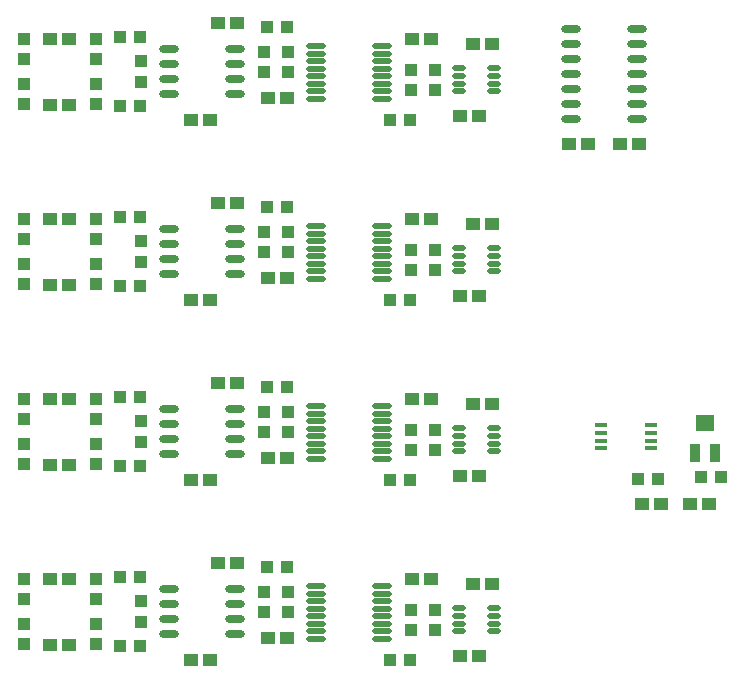
<source format=gbr>
%FSTAX23Y23*%
%MOIN*%
%SFA1B1*%

%IPPOS*%
%ADD10O,0.064960X0.025591*%
%ADD11R,0.051181X0.043307*%
%ADD12R,0.040945X0.014961*%
%ADD13O,0.045275X0.019685*%
%ADD14O,0.064960X0.019685*%
%ADD15R,0.039370X0.041339*%
%ADD16R,0.041339X0.039370*%
%ADD17R,0.038000X0.063000*%
%ADD18R,0.059000X0.058000*%
%LNacoustics_4_paste_top-1*%
%LPD*%
G54D10*
X01054Y00232D03*
Y00282D03*
Y00332D03*
Y00382D03*
X00831Y00232D03*
Y00282D03*
Y00332D03*
Y00382D03*
X02394Y0195D03*
Y02D03*
Y0205D03*
Y021D03*
Y0215D03*
Y022D03*
Y0225D03*
X02172Y0195D03*
Y02D03*
Y0205D03*
Y021D03*
Y0215D03*
Y022D03*
Y0225D03*
X01054Y01432D03*
Y01482D03*
Y01532D03*
Y01582D03*
X00831Y01432D03*
Y01482D03*
Y01532D03*
Y01582D03*
Y02182D03*
Y02132D03*
Y02082D03*
Y02032D03*
X01054Y02182D03*
Y02132D03*
Y02082D03*
Y02032D03*
Y00832D03*
Y00882D03*
Y00932D03*
Y00982D03*
X00831Y00832D03*
Y00882D03*
Y00932D03*
Y00982D03*
G54D11*
X02167Y01865D03*
X0223D03*
X024D03*
X02337D03*
X02631Y00665D03*
X02568D03*
X02408D03*
X02471D03*
X01642Y01615D03*
X01705D03*
X01225Y0142D03*
X01162D03*
X0191Y016D03*
X01847D03*
X01865Y0136D03*
X01802D03*
X0106Y0167D03*
X00997D03*
X0097Y01345D03*
X00907D03*
X00499Y01397D03*
X00436D03*
X00499Y01617D03*
X00436D03*
X01642Y00415D03*
X01705D03*
X01225Y0022D03*
X01162D03*
X0191Y004D03*
X01847D03*
X01865Y0016D03*
X01802D03*
X0106Y0047D03*
X00997D03*
X0097Y00145D03*
X00907D03*
X00499Y00197D03*
X00436D03*
X00499Y00417D03*
X00436D03*
X01642Y02215D03*
X01705D03*
X01225Y0202D03*
X01162D03*
X0191Y022D03*
X01847D03*
X01865Y0196D03*
X01802D03*
X0106Y0227D03*
X00997D03*
X0097Y01945D03*
X00907D03*
X00499Y01997D03*
X00436D03*
X00499Y02217D03*
X00436D03*
Y01017D03*
X00499D03*
X00436Y00797D03*
X00499D03*
X00907Y00745D03*
X0097D03*
X00997Y0107D03*
X0106D03*
X01802Y0076D03*
X01865D03*
X01847Y01D03*
X0191D03*
X01162Y0082D03*
X01225D03*
X01705Y01015D03*
X01642D03*
G54D12*
X02271Y00928D03*
Y00902D03*
Y00877D03*
Y00851D03*
X02438Y00928D03*
Y00902D03*
Y00877D03*
Y00851D03*
G54D13*
X018Y01518D03*
Y01492D03*
Y01467D03*
Y01441D03*
X01916Y01518D03*
Y01492D03*
Y01467D03*
Y01441D03*
X018Y00318D03*
Y00292D03*
Y00267D03*
Y00241D03*
X01916Y00318D03*
Y00292D03*
Y00267D03*
Y00241D03*
X018Y02118D03*
Y02092D03*
Y02067D03*
Y02041D03*
X01916Y02118D03*
Y02092D03*
Y02067D03*
Y02041D03*
Y00841D03*
Y00867D03*
Y00892D03*
Y00918D03*
X018Y00841D03*
Y00867D03*
Y00892D03*
Y00918D03*
G54D14*
X01322Y01592D03*
Y01567D03*
Y01542D03*
Y01517D03*
Y01492D03*
Y01467D03*
Y01442D03*
Y01417D03*
X01544Y01592D03*
Y01567D03*
Y01542D03*
Y01517D03*
Y01492D03*
Y01467D03*
Y01442D03*
Y01417D03*
X01322Y00392D03*
Y00367D03*
Y00342D03*
Y00317D03*
Y00292D03*
Y00267D03*
Y00242D03*
Y00217D03*
X01544Y00392D03*
Y00367D03*
Y00342D03*
Y00317D03*
Y00292D03*
Y00267D03*
Y00242D03*
Y00217D03*
X01322Y02192D03*
Y02167D03*
Y02142D03*
Y02117D03*
Y02092D03*
Y02067D03*
Y02042D03*
Y02017D03*
X01544Y02192D03*
Y02167D03*
Y02142D03*
Y02117D03*
Y02092D03*
Y02067D03*
Y02042D03*
Y02017D03*
Y00817D03*
Y00842D03*
Y00867D03*
Y00892D03*
Y00917D03*
Y00942D03*
Y00967D03*
Y00992D03*
X01322Y00817D03*
Y00842D03*
Y00867D03*
Y00892D03*
Y00917D03*
Y00942D03*
Y00967D03*
Y00992D03*
G54D15*
X01148Y01505D03*
Y01574D03*
X01638Y01514D03*
Y01445D03*
X01228Y01574D03*
Y01505D03*
X01718Y01514D03*
Y01445D03*
X00738Y01541D03*
Y01473D03*
X00588Y01466D03*
Y01398D03*
X00348Y01466D03*
Y01398D03*
X00588Y01548D03*
Y01616D03*
X00348Y01548D03*
Y01616D03*
X01148Y00305D03*
Y00374D03*
X01638Y00314D03*
Y00245D03*
X01228Y00374D03*
Y00305D03*
X01718Y00314D03*
Y00245D03*
X00738Y00341D03*
Y00273D03*
X00588Y00266D03*
Y00198D03*
X00348Y00266D03*
Y00198D03*
X00588Y00348D03*
Y00416D03*
X00348Y00348D03*
Y00416D03*
X01148Y02105D03*
Y02174D03*
X01638Y02114D03*
Y02045D03*
X01228Y02174D03*
Y02105D03*
X01718Y02114D03*
Y02045D03*
X00738Y02141D03*
Y02073D03*
X00588Y02066D03*
Y01998D03*
X00348Y02066D03*
Y01998D03*
X00588Y02148D03*
Y02216D03*
X00348Y02148D03*
Y02216D03*
Y01016D03*
Y00948D03*
X00588Y01016D03*
Y00948D03*
X00348Y00798D03*
Y00866D03*
X00588Y00798D03*
Y00866D03*
X00738Y00873D03*
Y00941D03*
X01718Y00845D03*
Y00914D03*
X01228Y00905D03*
Y00974D03*
X01638Y00845D03*
Y00914D03*
X01148Y00974D03*
Y00905D03*
G54D16*
X01637Y01345D03*
X01569D03*
X01159Y01655D03*
X01227D03*
X00668Y01392D03*
X00737D03*
X00668Y01622D03*
X00737D03*
X01569Y00145D03*
X01637D03*
X02605Y00755D03*
X02674D03*
X02464Y0075D03*
X02395D03*
X01569Y01945D03*
X01637D03*
X01159Y00455D03*
X01227D03*
X00668Y00192D03*
X00737D03*
X00668Y00422D03*
X00737D03*
X01159Y02255D03*
X01227D03*
X00668Y01992D03*
X00737D03*
X00668Y02222D03*
X00737D03*
Y01022D03*
X00668D03*
X00737Y00792D03*
X00668D03*
X01227Y01055D03*
X01159D03*
X01569Y00745D03*
X01637D03*
G54D17*
X02654Y00835D03*
X02585D03*
G54D18*
X0262Y00937D03*
M02*
</source>
